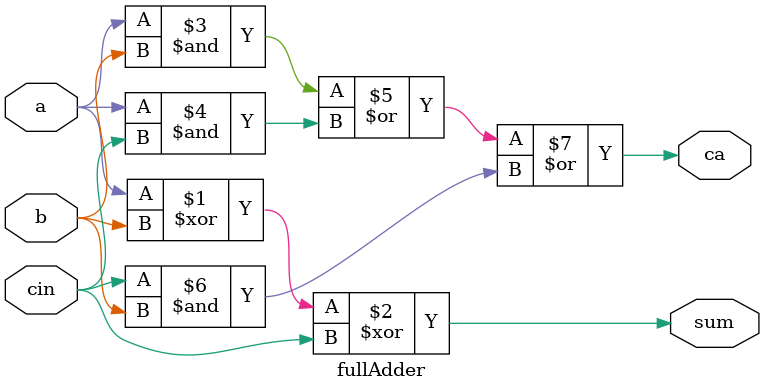
<source format=v>
module fullAdder (a,b,cin,sum,ca);//module name similar to c
input a,b,cin;
output sum,ca;

assign sum = a ^ b ^ cin;//a xor b xor c
assign ca= (a&b) | (a&cin) |(cin&b) ;// a and b or a and c or b and c

endmodule

</source>
